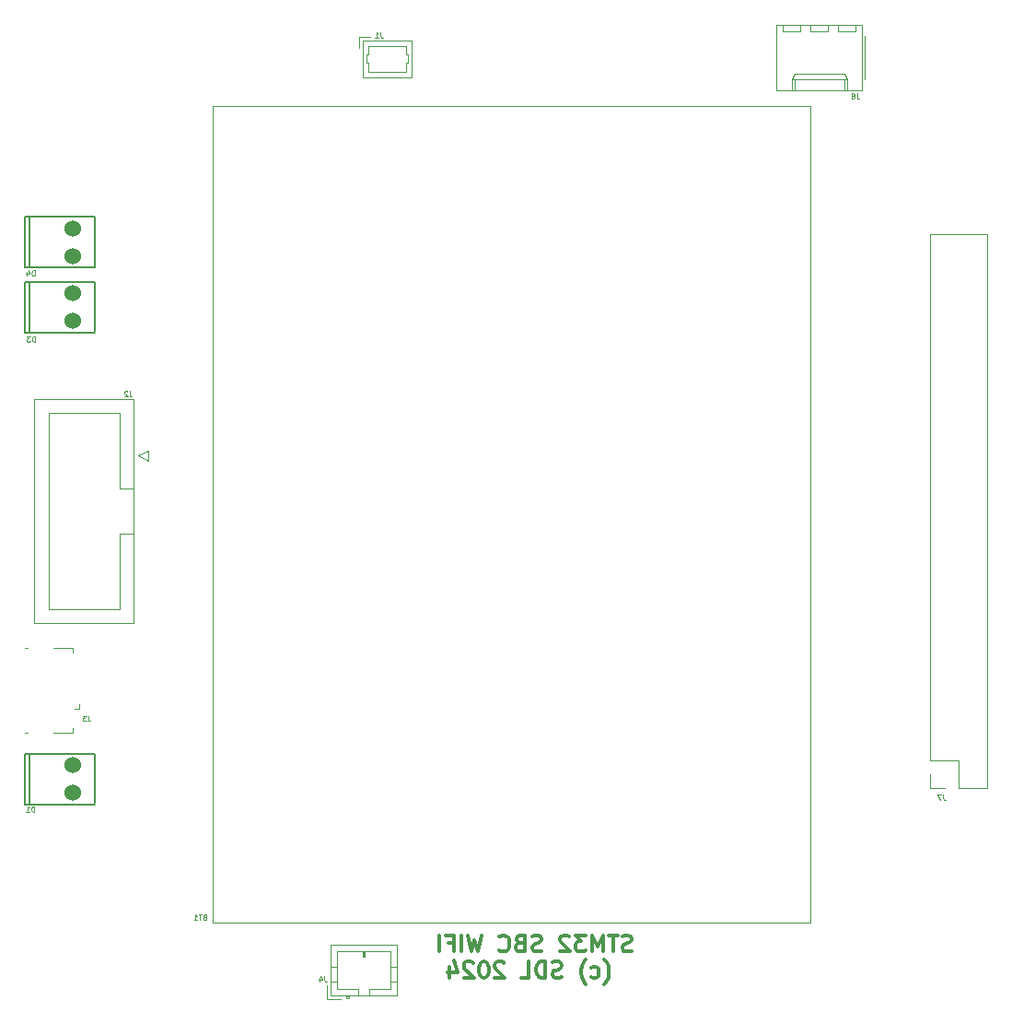
<source format=gbr>
%TF.GenerationSoftware,KiCad,Pcbnew,7.0.9-7.0.9~ubuntu22.04.1*%
%TF.CreationDate,2023-12-31T10:10:50+00:00*%
%TF.ProjectId,stm32_sbc_wifi,73746d33-325f-4736-9263-5f776966692e,A*%
%TF.SameCoordinates,Original*%
%TF.FileFunction,Legend,Bot*%
%TF.FilePolarity,Positive*%
%FSLAX46Y46*%
G04 Gerber Fmt 4.6, Leading zero omitted, Abs format (unit mm)*
G04 Created by KiCad (PCBNEW 7.0.9-7.0.9~ubuntu22.04.1) date 2023-12-31 10:10:50*
%MOMM*%
%LPD*%
G01*
G04 APERTURE LIST*
%ADD10C,0.300000*%
%ADD11C,0.125000*%
%ADD12C,0.120000*%
%ADD13C,0.150000*%
%ADD14C,1.524000*%
G04 APERTURE END LIST*
D10*
X135857141Y-125399400D02*
X135642856Y-125470828D01*
X135642856Y-125470828D02*
X135285713Y-125470828D01*
X135285713Y-125470828D02*
X135142856Y-125399400D01*
X135142856Y-125399400D02*
X135071427Y-125327971D01*
X135071427Y-125327971D02*
X134999998Y-125185114D01*
X134999998Y-125185114D02*
X134999998Y-125042257D01*
X134999998Y-125042257D02*
X135071427Y-124899400D01*
X135071427Y-124899400D02*
X135142856Y-124827971D01*
X135142856Y-124827971D02*
X135285713Y-124756542D01*
X135285713Y-124756542D02*
X135571427Y-124685114D01*
X135571427Y-124685114D02*
X135714284Y-124613685D01*
X135714284Y-124613685D02*
X135785713Y-124542257D01*
X135785713Y-124542257D02*
X135857141Y-124399400D01*
X135857141Y-124399400D02*
X135857141Y-124256542D01*
X135857141Y-124256542D02*
X135785713Y-124113685D01*
X135785713Y-124113685D02*
X135714284Y-124042257D01*
X135714284Y-124042257D02*
X135571427Y-123970828D01*
X135571427Y-123970828D02*
X135214284Y-123970828D01*
X135214284Y-123970828D02*
X134999998Y-124042257D01*
X134571427Y-123970828D02*
X133714285Y-123970828D01*
X134142856Y-125470828D02*
X134142856Y-123970828D01*
X133214285Y-125470828D02*
X133214285Y-123970828D01*
X133214285Y-123970828D02*
X132714285Y-125042257D01*
X132714285Y-125042257D02*
X132214285Y-123970828D01*
X132214285Y-123970828D02*
X132214285Y-125470828D01*
X131642856Y-123970828D02*
X130714284Y-123970828D01*
X130714284Y-123970828D02*
X131214284Y-124542257D01*
X131214284Y-124542257D02*
X130999999Y-124542257D01*
X130999999Y-124542257D02*
X130857142Y-124613685D01*
X130857142Y-124613685D02*
X130785713Y-124685114D01*
X130785713Y-124685114D02*
X130714284Y-124827971D01*
X130714284Y-124827971D02*
X130714284Y-125185114D01*
X130714284Y-125185114D02*
X130785713Y-125327971D01*
X130785713Y-125327971D02*
X130857142Y-125399400D01*
X130857142Y-125399400D02*
X130999999Y-125470828D01*
X130999999Y-125470828D02*
X131428570Y-125470828D01*
X131428570Y-125470828D02*
X131571427Y-125399400D01*
X131571427Y-125399400D02*
X131642856Y-125327971D01*
X130142856Y-124113685D02*
X130071428Y-124042257D01*
X130071428Y-124042257D02*
X129928571Y-123970828D01*
X129928571Y-123970828D02*
X129571428Y-123970828D01*
X129571428Y-123970828D02*
X129428571Y-124042257D01*
X129428571Y-124042257D02*
X129357142Y-124113685D01*
X129357142Y-124113685D02*
X129285713Y-124256542D01*
X129285713Y-124256542D02*
X129285713Y-124399400D01*
X129285713Y-124399400D02*
X129357142Y-124613685D01*
X129357142Y-124613685D02*
X130214285Y-125470828D01*
X130214285Y-125470828D02*
X129285713Y-125470828D01*
X127571428Y-125399400D02*
X127357143Y-125470828D01*
X127357143Y-125470828D02*
X127000000Y-125470828D01*
X127000000Y-125470828D02*
X126857143Y-125399400D01*
X126857143Y-125399400D02*
X126785714Y-125327971D01*
X126785714Y-125327971D02*
X126714285Y-125185114D01*
X126714285Y-125185114D02*
X126714285Y-125042257D01*
X126714285Y-125042257D02*
X126785714Y-124899400D01*
X126785714Y-124899400D02*
X126857143Y-124827971D01*
X126857143Y-124827971D02*
X127000000Y-124756542D01*
X127000000Y-124756542D02*
X127285714Y-124685114D01*
X127285714Y-124685114D02*
X127428571Y-124613685D01*
X127428571Y-124613685D02*
X127500000Y-124542257D01*
X127500000Y-124542257D02*
X127571428Y-124399400D01*
X127571428Y-124399400D02*
X127571428Y-124256542D01*
X127571428Y-124256542D02*
X127500000Y-124113685D01*
X127500000Y-124113685D02*
X127428571Y-124042257D01*
X127428571Y-124042257D02*
X127285714Y-123970828D01*
X127285714Y-123970828D02*
X126928571Y-123970828D01*
X126928571Y-123970828D02*
X126714285Y-124042257D01*
X125571429Y-124685114D02*
X125357143Y-124756542D01*
X125357143Y-124756542D02*
X125285714Y-124827971D01*
X125285714Y-124827971D02*
X125214286Y-124970828D01*
X125214286Y-124970828D02*
X125214286Y-125185114D01*
X125214286Y-125185114D02*
X125285714Y-125327971D01*
X125285714Y-125327971D02*
X125357143Y-125399400D01*
X125357143Y-125399400D02*
X125500000Y-125470828D01*
X125500000Y-125470828D02*
X126071429Y-125470828D01*
X126071429Y-125470828D02*
X126071429Y-123970828D01*
X126071429Y-123970828D02*
X125571429Y-123970828D01*
X125571429Y-123970828D02*
X125428572Y-124042257D01*
X125428572Y-124042257D02*
X125357143Y-124113685D01*
X125357143Y-124113685D02*
X125285714Y-124256542D01*
X125285714Y-124256542D02*
X125285714Y-124399400D01*
X125285714Y-124399400D02*
X125357143Y-124542257D01*
X125357143Y-124542257D02*
X125428572Y-124613685D01*
X125428572Y-124613685D02*
X125571429Y-124685114D01*
X125571429Y-124685114D02*
X126071429Y-124685114D01*
X123714286Y-125327971D02*
X123785714Y-125399400D01*
X123785714Y-125399400D02*
X124000000Y-125470828D01*
X124000000Y-125470828D02*
X124142857Y-125470828D01*
X124142857Y-125470828D02*
X124357143Y-125399400D01*
X124357143Y-125399400D02*
X124500000Y-125256542D01*
X124500000Y-125256542D02*
X124571429Y-125113685D01*
X124571429Y-125113685D02*
X124642857Y-124827971D01*
X124642857Y-124827971D02*
X124642857Y-124613685D01*
X124642857Y-124613685D02*
X124571429Y-124327971D01*
X124571429Y-124327971D02*
X124500000Y-124185114D01*
X124500000Y-124185114D02*
X124357143Y-124042257D01*
X124357143Y-124042257D02*
X124142857Y-123970828D01*
X124142857Y-123970828D02*
X124000000Y-123970828D01*
X124000000Y-123970828D02*
X123785714Y-124042257D01*
X123785714Y-124042257D02*
X123714286Y-124113685D01*
X122071429Y-123970828D02*
X121714286Y-125470828D01*
X121714286Y-125470828D02*
X121428572Y-124399400D01*
X121428572Y-124399400D02*
X121142857Y-125470828D01*
X121142857Y-125470828D02*
X120785715Y-123970828D01*
X120214286Y-125470828D02*
X120214286Y-123970828D01*
X119000000Y-124685114D02*
X119500000Y-124685114D01*
X119500000Y-125470828D02*
X119500000Y-123970828D01*
X119500000Y-123970828D02*
X118785714Y-123970828D01*
X118214286Y-125470828D02*
X118214286Y-123970828D01*
X133357141Y-128457257D02*
X133428570Y-128385828D01*
X133428570Y-128385828D02*
X133571427Y-128171542D01*
X133571427Y-128171542D02*
X133642856Y-128028685D01*
X133642856Y-128028685D02*
X133714284Y-127814400D01*
X133714284Y-127814400D02*
X133785713Y-127457257D01*
X133785713Y-127457257D02*
X133785713Y-127171542D01*
X133785713Y-127171542D02*
X133714284Y-126814400D01*
X133714284Y-126814400D02*
X133642856Y-126600114D01*
X133642856Y-126600114D02*
X133571427Y-126457257D01*
X133571427Y-126457257D02*
X133428570Y-126242971D01*
X133428570Y-126242971D02*
X133357141Y-126171542D01*
X132142856Y-127814400D02*
X132285713Y-127885828D01*
X132285713Y-127885828D02*
X132571427Y-127885828D01*
X132571427Y-127885828D02*
X132714284Y-127814400D01*
X132714284Y-127814400D02*
X132785713Y-127742971D01*
X132785713Y-127742971D02*
X132857141Y-127600114D01*
X132857141Y-127600114D02*
X132857141Y-127171542D01*
X132857141Y-127171542D02*
X132785713Y-127028685D01*
X132785713Y-127028685D02*
X132714284Y-126957257D01*
X132714284Y-126957257D02*
X132571427Y-126885828D01*
X132571427Y-126885828D02*
X132285713Y-126885828D01*
X132285713Y-126885828D02*
X132142856Y-126957257D01*
X131642856Y-128457257D02*
X131571427Y-128385828D01*
X131571427Y-128385828D02*
X131428570Y-128171542D01*
X131428570Y-128171542D02*
X131357142Y-128028685D01*
X131357142Y-128028685D02*
X131285713Y-127814400D01*
X131285713Y-127814400D02*
X131214284Y-127457257D01*
X131214284Y-127457257D02*
X131214284Y-127171542D01*
X131214284Y-127171542D02*
X131285713Y-126814400D01*
X131285713Y-126814400D02*
X131357142Y-126600114D01*
X131357142Y-126600114D02*
X131428570Y-126457257D01*
X131428570Y-126457257D02*
X131571427Y-126242971D01*
X131571427Y-126242971D02*
X131642856Y-126171542D01*
X129428570Y-127814400D02*
X129214285Y-127885828D01*
X129214285Y-127885828D02*
X128857142Y-127885828D01*
X128857142Y-127885828D02*
X128714285Y-127814400D01*
X128714285Y-127814400D02*
X128642856Y-127742971D01*
X128642856Y-127742971D02*
X128571427Y-127600114D01*
X128571427Y-127600114D02*
X128571427Y-127457257D01*
X128571427Y-127457257D02*
X128642856Y-127314400D01*
X128642856Y-127314400D02*
X128714285Y-127242971D01*
X128714285Y-127242971D02*
X128857142Y-127171542D01*
X128857142Y-127171542D02*
X129142856Y-127100114D01*
X129142856Y-127100114D02*
X129285713Y-127028685D01*
X129285713Y-127028685D02*
X129357142Y-126957257D01*
X129357142Y-126957257D02*
X129428570Y-126814400D01*
X129428570Y-126814400D02*
X129428570Y-126671542D01*
X129428570Y-126671542D02*
X129357142Y-126528685D01*
X129357142Y-126528685D02*
X129285713Y-126457257D01*
X129285713Y-126457257D02*
X129142856Y-126385828D01*
X129142856Y-126385828D02*
X128785713Y-126385828D01*
X128785713Y-126385828D02*
X128571427Y-126457257D01*
X127928571Y-127885828D02*
X127928571Y-126385828D01*
X127928571Y-126385828D02*
X127571428Y-126385828D01*
X127571428Y-126385828D02*
X127357142Y-126457257D01*
X127357142Y-126457257D02*
X127214285Y-126600114D01*
X127214285Y-126600114D02*
X127142856Y-126742971D01*
X127142856Y-126742971D02*
X127071428Y-127028685D01*
X127071428Y-127028685D02*
X127071428Y-127242971D01*
X127071428Y-127242971D02*
X127142856Y-127528685D01*
X127142856Y-127528685D02*
X127214285Y-127671542D01*
X127214285Y-127671542D02*
X127357142Y-127814400D01*
X127357142Y-127814400D02*
X127571428Y-127885828D01*
X127571428Y-127885828D02*
X127928571Y-127885828D01*
X125714285Y-127885828D02*
X126428571Y-127885828D01*
X126428571Y-127885828D02*
X126428571Y-126385828D01*
X124142856Y-126528685D02*
X124071428Y-126457257D01*
X124071428Y-126457257D02*
X123928571Y-126385828D01*
X123928571Y-126385828D02*
X123571428Y-126385828D01*
X123571428Y-126385828D02*
X123428571Y-126457257D01*
X123428571Y-126457257D02*
X123357142Y-126528685D01*
X123357142Y-126528685D02*
X123285713Y-126671542D01*
X123285713Y-126671542D02*
X123285713Y-126814400D01*
X123285713Y-126814400D02*
X123357142Y-127028685D01*
X123357142Y-127028685D02*
X124214285Y-127885828D01*
X124214285Y-127885828D02*
X123285713Y-127885828D01*
X122357142Y-126385828D02*
X122214285Y-126385828D01*
X122214285Y-126385828D02*
X122071428Y-126457257D01*
X122071428Y-126457257D02*
X122000000Y-126528685D01*
X122000000Y-126528685D02*
X121928571Y-126671542D01*
X121928571Y-126671542D02*
X121857142Y-126957257D01*
X121857142Y-126957257D02*
X121857142Y-127314400D01*
X121857142Y-127314400D02*
X121928571Y-127600114D01*
X121928571Y-127600114D02*
X122000000Y-127742971D01*
X122000000Y-127742971D02*
X122071428Y-127814400D01*
X122071428Y-127814400D02*
X122214285Y-127885828D01*
X122214285Y-127885828D02*
X122357142Y-127885828D01*
X122357142Y-127885828D02*
X122500000Y-127814400D01*
X122500000Y-127814400D02*
X122571428Y-127742971D01*
X122571428Y-127742971D02*
X122642857Y-127600114D01*
X122642857Y-127600114D02*
X122714285Y-127314400D01*
X122714285Y-127314400D02*
X122714285Y-126957257D01*
X122714285Y-126957257D02*
X122642857Y-126671542D01*
X122642857Y-126671542D02*
X122571428Y-126528685D01*
X122571428Y-126528685D02*
X122500000Y-126457257D01*
X122500000Y-126457257D02*
X122357142Y-126385828D01*
X121285714Y-126528685D02*
X121214286Y-126457257D01*
X121214286Y-126457257D02*
X121071429Y-126385828D01*
X121071429Y-126385828D02*
X120714286Y-126385828D01*
X120714286Y-126385828D02*
X120571429Y-126457257D01*
X120571429Y-126457257D02*
X120500000Y-126528685D01*
X120500000Y-126528685D02*
X120428571Y-126671542D01*
X120428571Y-126671542D02*
X120428571Y-126814400D01*
X120428571Y-126814400D02*
X120500000Y-127028685D01*
X120500000Y-127028685D02*
X121357143Y-127885828D01*
X121357143Y-127885828D02*
X120428571Y-127885828D01*
X119142858Y-126885828D02*
X119142858Y-127885828D01*
X119500000Y-126314400D02*
X119857143Y-127385828D01*
X119857143Y-127385828D02*
X118928572Y-127385828D01*
D11*
X164516666Y-111054809D02*
X164516666Y-111411952D01*
X164516666Y-111411952D02*
X164540475Y-111483380D01*
X164540475Y-111483380D02*
X164588094Y-111531000D01*
X164588094Y-111531000D02*
X164659523Y-111554809D01*
X164659523Y-111554809D02*
X164707142Y-111554809D01*
X164326190Y-111054809D02*
X163992857Y-111054809D01*
X163992857Y-111054809D02*
X164207142Y-111554809D01*
X80949047Y-112614809D02*
X80949047Y-112114809D01*
X80949047Y-112114809D02*
X80829999Y-112114809D01*
X80829999Y-112114809D02*
X80758571Y-112138619D01*
X80758571Y-112138619D02*
X80710952Y-112186238D01*
X80710952Y-112186238D02*
X80687142Y-112233857D01*
X80687142Y-112233857D02*
X80663333Y-112329095D01*
X80663333Y-112329095D02*
X80663333Y-112400523D01*
X80663333Y-112400523D02*
X80687142Y-112495761D01*
X80687142Y-112495761D02*
X80710952Y-112543380D01*
X80710952Y-112543380D02*
X80758571Y-112591000D01*
X80758571Y-112591000D02*
X80829999Y-112614809D01*
X80829999Y-112614809D02*
X80949047Y-112614809D01*
X80187142Y-112614809D02*
X80472856Y-112614809D01*
X80329999Y-112614809D02*
X80329999Y-112114809D01*
X80329999Y-112114809D02*
X80377618Y-112186238D01*
X80377618Y-112186238D02*
X80425237Y-112233857D01*
X80425237Y-112233857D02*
X80472856Y-112257666D01*
X156576666Y-46614809D02*
X156576666Y-46971952D01*
X156576666Y-46971952D02*
X156600475Y-47043380D01*
X156600475Y-47043380D02*
X156648094Y-47091000D01*
X156648094Y-47091000D02*
X156719523Y-47114809D01*
X156719523Y-47114809D02*
X156767142Y-47114809D01*
X156267142Y-46829095D02*
X156314761Y-46805285D01*
X156314761Y-46805285D02*
X156338571Y-46781476D01*
X156338571Y-46781476D02*
X156362380Y-46733857D01*
X156362380Y-46733857D02*
X156362380Y-46710047D01*
X156362380Y-46710047D02*
X156338571Y-46662428D01*
X156338571Y-46662428D02*
X156314761Y-46638619D01*
X156314761Y-46638619D02*
X156267142Y-46614809D01*
X156267142Y-46614809D02*
X156171904Y-46614809D01*
X156171904Y-46614809D02*
X156124285Y-46638619D01*
X156124285Y-46638619D02*
X156100476Y-46662428D01*
X156100476Y-46662428D02*
X156076666Y-46710047D01*
X156076666Y-46710047D02*
X156076666Y-46733857D01*
X156076666Y-46733857D02*
X156100476Y-46781476D01*
X156100476Y-46781476D02*
X156124285Y-46805285D01*
X156124285Y-46805285D02*
X156171904Y-46829095D01*
X156171904Y-46829095D02*
X156267142Y-46829095D01*
X156267142Y-46829095D02*
X156314761Y-46852904D01*
X156314761Y-46852904D02*
X156338571Y-46876714D01*
X156338571Y-46876714D02*
X156362380Y-46924333D01*
X156362380Y-46924333D02*
X156362380Y-47019571D01*
X156362380Y-47019571D02*
X156338571Y-47067190D01*
X156338571Y-47067190D02*
X156314761Y-47091000D01*
X156314761Y-47091000D02*
X156267142Y-47114809D01*
X156267142Y-47114809D02*
X156171904Y-47114809D01*
X156171904Y-47114809D02*
X156124285Y-47091000D01*
X156124285Y-47091000D02*
X156100476Y-47067190D01*
X156100476Y-47067190D02*
X156076666Y-47019571D01*
X156076666Y-47019571D02*
X156076666Y-46924333D01*
X156076666Y-46924333D02*
X156100476Y-46876714D01*
X156100476Y-46876714D02*
X156124285Y-46852904D01*
X156124285Y-46852904D02*
X156171904Y-46829095D01*
X85896666Y-103804809D02*
X85896666Y-104161952D01*
X85896666Y-104161952D02*
X85920475Y-104233380D01*
X85920475Y-104233380D02*
X85968094Y-104281000D01*
X85968094Y-104281000D02*
X86039523Y-104304809D01*
X86039523Y-104304809D02*
X86087142Y-104304809D01*
X85706190Y-103804809D02*
X85396666Y-103804809D01*
X85396666Y-103804809D02*
X85563333Y-103995285D01*
X85563333Y-103995285D02*
X85491904Y-103995285D01*
X85491904Y-103995285D02*
X85444285Y-104019095D01*
X85444285Y-104019095D02*
X85420476Y-104042904D01*
X85420476Y-104042904D02*
X85396666Y-104090523D01*
X85396666Y-104090523D02*
X85396666Y-104209571D01*
X85396666Y-104209571D02*
X85420476Y-104257190D01*
X85420476Y-104257190D02*
X85444285Y-104281000D01*
X85444285Y-104281000D02*
X85491904Y-104304809D01*
X85491904Y-104304809D02*
X85634761Y-104304809D01*
X85634761Y-104304809D02*
X85682380Y-104281000D01*
X85682380Y-104281000D02*
X85706190Y-104257190D01*
X96592856Y-122322904D02*
X96521428Y-122346714D01*
X96521428Y-122346714D02*
X96497618Y-122370523D01*
X96497618Y-122370523D02*
X96473809Y-122418142D01*
X96473809Y-122418142D02*
X96473809Y-122489571D01*
X96473809Y-122489571D02*
X96497618Y-122537190D01*
X96497618Y-122537190D02*
X96521428Y-122561000D01*
X96521428Y-122561000D02*
X96569047Y-122584809D01*
X96569047Y-122584809D02*
X96759523Y-122584809D01*
X96759523Y-122584809D02*
X96759523Y-122084809D01*
X96759523Y-122084809D02*
X96592856Y-122084809D01*
X96592856Y-122084809D02*
X96545237Y-122108619D01*
X96545237Y-122108619D02*
X96521428Y-122132428D01*
X96521428Y-122132428D02*
X96497618Y-122180047D01*
X96497618Y-122180047D02*
X96497618Y-122227666D01*
X96497618Y-122227666D02*
X96521428Y-122275285D01*
X96521428Y-122275285D02*
X96545237Y-122299095D01*
X96545237Y-122299095D02*
X96592856Y-122322904D01*
X96592856Y-122322904D02*
X96759523Y-122322904D01*
X96330951Y-122084809D02*
X96045237Y-122084809D01*
X96188094Y-122584809D02*
X96188094Y-122084809D01*
X95616666Y-122584809D02*
X95902380Y-122584809D01*
X95759523Y-122584809D02*
X95759523Y-122084809D01*
X95759523Y-122084809D02*
X95807142Y-122156238D01*
X95807142Y-122156238D02*
X95854761Y-122203857D01*
X95854761Y-122203857D02*
X95902380Y-122227666D01*
X81009047Y-69434809D02*
X81009047Y-68934809D01*
X81009047Y-68934809D02*
X80889999Y-68934809D01*
X80889999Y-68934809D02*
X80818571Y-68958619D01*
X80818571Y-68958619D02*
X80770952Y-69006238D01*
X80770952Y-69006238D02*
X80747142Y-69053857D01*
X80747142Y-69053857D02*
X80723333Y-69149095D01*
X80723333Y-69149095D02*
X80723333Y-69220523D01*
X80723333Y-69220523D02*
X80747142Y-69315761D01*
X80747142Y-69315761D02*
X80770952Y-69363380D01*
X80770952Y-69363380D02*
X80818571Y-69411000D01*
X80818571Y-69411000D02*
X80889999Y-69434809D01*
X80889999Y-69434809D02*
X81009047Y-69434809D01*
X80556666Y-68934809D02*
X80247142Y-68934809D01*
X80247142Y-68934809D02*
X80413809Y-69125285D01*
X80413809Y-69125285D02*
X80342380Y-69125285D01*
X80342380Y-69125285D02*
X80294761Y-69149095D01*
X80294761Y-69149095D02*
X80270952Y-69172904D01*
X80270952Y-69172904D02*
X80247142Y-69220523D01*
X80247142Y-69220523D02*
X80247142Y-69339571D01*
X80247142Y-69339571D02*
X80270952Y-69387190D01*
X80270952Y-69387190D02*
X80294761Y-69411000D01*
X80294761Y-69411000D02*
X80342380Y-69434809D01*
X80342380Y-69434809D02*
X80485237Y-69434809D01*
X80485237Y-69434809D02*
X80532856Y-69411000D01*
X80532856Y-69411000D02*
X80556666Y-69387190D01*
X80979047Y-63404809D02*
X80979047Y-62904809D01*
X80979047Y-62904809D02*
X80859999Y-62904809D01*
X80859999Y-62904809D02*
X80788571Y-62928619D01*
X80788571Y-62928619D02*
X80740952Y-62976238D01*
X80740952Y-62976238D02*
X80717142Y-63023857D01*
X80717142Y-63023857D02*
X80693333Y-63119095D01*
X80693333Y-63119095D02*
X80693333Y-63190523D01*
X80693333Y-63190523D02*
X80717142Y-63285761D01*
X80717142Y-63285761D02*
X80740952Y-63333380D01*
X80740952Y-63333380D02*
X80788571Y-63381000D01*
X80788571Y-63381000D02*
X80859999Y-63404809D01*
X80859999Y-63404809D02*
X80979047Y-63404809D01*
X80264761Y-63071476D02*
X80264761Y-63404809D01*
X80383809Y-62881000D02*
X80502856Y-63238142D01*
X80502856Y-63238142D02*
X80193333Y-63238142D01*
X112781666Y-41014809D02*
X112781666Y-41371952D01*
X112781666Y-41371952D02*
X112805475Y-41443380D01*
X112805475Y-41443380D02*
X112853094Y-41491000D01*
X112853094Y-41491000D02*
X112924523Y-41514809D01*
X112924523Y-41514809D02*
X112972142Y-41514809D01*
X112281666Y-41514809D02*
X112567380Y-41514809D01*
X112424523Y-41514809D02*
X112424523Y-41014809D01*
X112424523Y-41014809D02*
X112472142Y-41086238D01*
X112472142Y-41086238D02*
X112519761Y-41133857D01*
X112519761Y-41133857D02*
X112567380Y-41157666D01*
X107616666Y-127724809D02*
X107616666Y-128081952D01*
X107616666Y-128081952D02*
X107640475Y-128153380D01*
X107640475Y-128153380D02*
X107688094Y-128201000D01*
X107688094Y-128201000D02*
X107759523Y-128224809D01*
X107759523Y-128224809D02*
X107807142Y-128224809D01*
X107164285Y-127891476D02*
X107164285Y-128224809D01*
X107283333Y-127701000D02*
X107402380Y-128058142D01*
X107402380Y-128058142D02*
X107092857Y-128058142D01*
X89724166Y-73994809D02*
X89724166Y-74351952D01*
X89724166Y-74351952D02*
X89747975Y-74423380D01*
X89747975Y-74423380D02*
X89795594Y-74471000D01*
X89795594Y-74471000D02*
X89867023Y-74494809D01*
X89867023Y-74494809D02*
X89914642Y-74494809D01*
X89509880Y-74042428D02*
X89486071Y-74018619D01*
X89486071Y-74018619D02*
X89438452Y-73994809D01*
X89438452Y-73994809D02*
X89319404Y-73994809D01*
X89319404Y-73994809D02*
X89271785Y-74018619D01*
X89271785Y-74018619D02*
X89247976Y-74042428D01*
X89247976Y-74042428D02*
X89224166Y-74090047D01*
X89224166Y-74090047D02*
X89224166Y-74137666D01*
X89224166Y-74137666D02*
X89247976Y-74209095D01*
X89247976Y-74209095D02*
X89533690Y-74494809D01*
X89533690Y-74494809D02*
X89224166Y-74494809D01*
D12*
%TO.C,J7*%
X163340000Y-59550000D02*
X168540000Y-59550000D01*
X163340000Y-107870000D02*
X163340000Y-59550000D01*
X163340000Y-107870000D02*
X165940000Y-107870000D01*
X163340000Y-109140000D02*
X163340000Y-110470000D01*
X163340000Y-110470000D02*
X164670000Y-110470000D01*
X165940000Y-107870000D02*
X165940000Y-110470000D01*
X165940000Y-110470000D02*
X168540000Y-110470000D01*
X168540000Y-110470000D02*
X168540000Y-59550000D01*
D13*
%TO.C,D1*%
X86480000Y-107340000D02*
X86480000Y-111840000D01*
X80080000Y-107340000D02*
X86480000Y-107340000D01*
X80080000Y-107340000D02*
X80080000Y-111940000D01*
X80480000Y-111940000D02*
X80480000Y-107340000D01*
X80080000Y-111940000D02*
X86480000Y-111940000D01*
D12*
%TO.C,J8*%
X157320000Y-41340000D02*
X157320000Y-45340000D01*
X157030000Y-46330000D02*
X149190000Y-46330000D01*
X157030000Y-40310000D02*
X157030000Y-46330000D01*
X156450000Y-40910000D02*
X154850000Y-40910000D01*
X156450000Y-40310000D02*
X156450000Y-40910000D01*
X155650000Y-46330000D02*
X155650000Y-45330000D01*
X155650000Y-45330000D02*
X155400000Y-44800000D01*
X155650000Y-45330000D02*
X150570000Y-45330000D01*
X155400000Y-46330000D02*
X155400000Y-45330000D01*
X155400000Y-44800000D02*
X150820000Y-44800000D01*
X154850000Y-40910000D02*
X154850000Y-40310000D01*
X153910000Y-40910000D02*
X152310000Y-40910000D01*
X153910000Y-40310000D02*
X153910000Y-40910000D01*
X152310000Y-40910000D02*
X152310000Y-40310000D01*
X151370000Y-40910000D02*
X149770000Y-40910000D01*
X151370000Y-40310000D02*
X151370000Y-40910000D01*
X150820000Y-46330000D02*
X150820000Y-45330000D01*
X150820000Y-44800000D02*
X150570000Y-45330000D01*
X150570000Y-45330000D02*
X150570000Y-46330000D01*
X149770000Y-40910000D02*
X149770000Y-40310000D01*
X149190000Y-46330000D02*
X149190000Y-40310000D01*
X149190000Y-40310000D02*
X157030000Y-40310000D01*
%TO.C,J3*%
X80112500Y-105390000D02*
X80362500Y-105390000D01*
X82662500Y-105390000D02*
X84512500Y-105390000D01*
X84512500Y-105390000D02*
X84512500Y-104940000D01*
X85062500Y-103190000D02*
X84612500Y-103190000D01*
X85062500Y-103190000D02*
X85062500Y-102740000D01*
X80112500Y-97590000D02*
X80362500Y-97590000D01*
X82662500Y-97590000D02*
X84512500Y-97590000D01*
X84512500Y-97590000D02*
X84512500Y-98040000D01*
%TO.C,BT1*%
X152320000Y-122800000D02*
X97320000Y-122800000D01*
X97320000Y-122800000D02*
X97320000Y-47800000D01*
X97320000Y-47800000D02*
X152320000Y-47800000D01*
X152320000Y-47800000D02*
X152320000Y-122800000D01*
D13*
%TO.C,D3*%
X86490000Y-63980000D02*
X86490000Y-68480000D01*
X80090000Y-63980000D02*
X86490000Y-63980000D01*
X80090000Y-63980000D02*
X80090000Y-68580000D01*
X80490000Y-68580000D02*
X80490000Y-63980000D01*
X80090000Y-68580000D02*
X86490000Y-68580000D01*
%TO.C,D4*%
X86480000Y-57990000D02*
X86480000Y-62490000D01*
X80080000Y-57990000D02*
X86480000Y-57990000D01*
X80080000Y-57990000D02*
X80080000Y-62590000D01*
X80480000Y-62590000D02*
X80480000Y-57990000D01*
X80080000Y-62590000D02*
X86480000Y-62590000D01*
D12*
%TO.C,J1*%
X110850000Y-41480000D02*
X110850000Y-42480000D01*
X110850000Y-41480000D02*
X111850000Y-41480000D01*
X111140000Y-41770000D02*
X115610000Y-41770000D01*
X111140000Y-45190000D02*
X111140000Y-41770000D01*
X111450000Y-43030000D02*
X111450000Y-43830000D01*
X111450000Y-43830000D02*
X111650000Y-43830000D01*
X111650000Y-42280000D02*
X111650000Y-43030000D01*
X111650000Y-43030000D02*
X111450000Y-43030000D01*
X111650000Y-43830000D02*
X111650000Y-44680000D01*
X111650000Y-44680000D02*
X113375000Y-44680000D01*
X113375000Y-42280000D02*
X111650000Y-42280000D01*
X113375000Y-42280000D02*
X115100000Y-42280000D01*
X115100000Y-42280000D02*
X115100000Y-43030000D01*
X115100000Y-43030000D02*
X115300000Y-43030000D01*
X115100000Y-43830000D02*
X115100000Y-44680000D01*
X115100000Y-44680000D02*
X113375000Y-44680000D01*
X115300000Y-43030000D02*
X115300000Y-43830000D01*
X115300000Y-43830000D02*
X115100000Y-43830000D01*
X115610000Y-41770000D02*
X115610000Y-45190000D01*
X115610000Y-45190000D02*
X111140000Y-45190000D01*
%TO.C,J4*%
X107860000Y-129820000D02*
X107860000Y-128570000D01*
X108160000Y-124800000D02*
X114280000Y-124800000D01*
X108160000Y-126910000D02*
X108770000Y-126910000D01*
X108160000Y-128210000D02*
X108770000Y-128210000D01*
X108160000Y-129520000D02*
X108160000Y-124800000D01*
X108770000Y-125410000D02*
X113670000Y-125410000D01*
X108770000Y-128910000D02*
X108770000Y-125410000D01*
X109110000Y-129820000D02*
X107860000Y-129820000D01*
X109620000Y-129720000D02*
X109620000Y-129520000D01*
X109920000Y-129520000D02*
X109920000Y-129720000D01*
X109920000Y-129620000D02*
X109620000Y-129620000D01*
X109920000Y-129720000D02*
X109620000Y-129720000D01*
X110720000Y-128910000D02*
X108770000Y-128910000D01*
X110720000Y-129520000D02*
X110720000Y-128910000D01*
X111120000Y-125410000D02*
X111120000Y-125910000D01*
X111120000Y-125910000D02*
X111320000Y-125910000D01*
X111220000Y-125410000D02*
X111220000Y-125910000D01*
X111320000Y-125910000D02*
X111320000Y-125410000D01*
X111720000Y-128910000D02*
X111720000Y-129520000D01*
X113670000Y-125410000D02*
X113670000Y-128910000D01*
X113670000Y-128910000D02*
X111720000Y-128910000D01*
X114280000Y-124800000D02*
X114280000Y-129520000D01*
X114280000Y-126910000D02*
X113670000Y-126910000D01*
X114280000Y-128210000D02*
X113670000Y-128210000D01*
X114280000Y-129520000D02*
X108160000Y-129520000D01*
%TO.C,J2*%
X91460000Y-80420000D02*
X90460000Y-79920000D01*
X91460000Y-79420000D02*
X91460000Y-80420000D01*
X90460000Y-79920000D02*
X91460000Y-79420000D01*
X90070000Y-95290000D02*
X90070000Y-74710000D01*
X90070000Y-82950000D02*
X88760000Y-82950000D01*
X90070000Y-74710000D02*
X80950000Y-74710000D01*
X88760000Y-93990000D02*
X88760000Y-87050000D01*
X88760000Y-87050000D02*
X90070000Y-87050000D01*
X88760000Y-87050000D02*
X88760000Y-87050000D01*
X88760000Y-82950000D02*
X88760000Y-76010000D01*
X88760000Y-76010000D02*
X82260000Y-76010000D01*
X82260000Y-93990000D02*
X88760000Y-93990000D01*
X82260000Y-76010000D02*
X82260000Y-93990000D01*
X80950000Y-95290000D02*
X90070000Y-95290000D01*
X80950000Y-74710000D02*
X80950000Y-95290000D01*
%TD*%
D14*
%TO.C,D1*%
X84480000Y-108370000D03*
X84480000Y-110910000D03*
%TD*%
%TO.C,D3*%
X84490000Y-65010000D03*
X84490000Y-67550000D03*
%TD*%
%TO.C,D4*%
X84480000Y-59020000D03*
X84480000Y-61560000D03*
%TD*%
M02*

</source>
